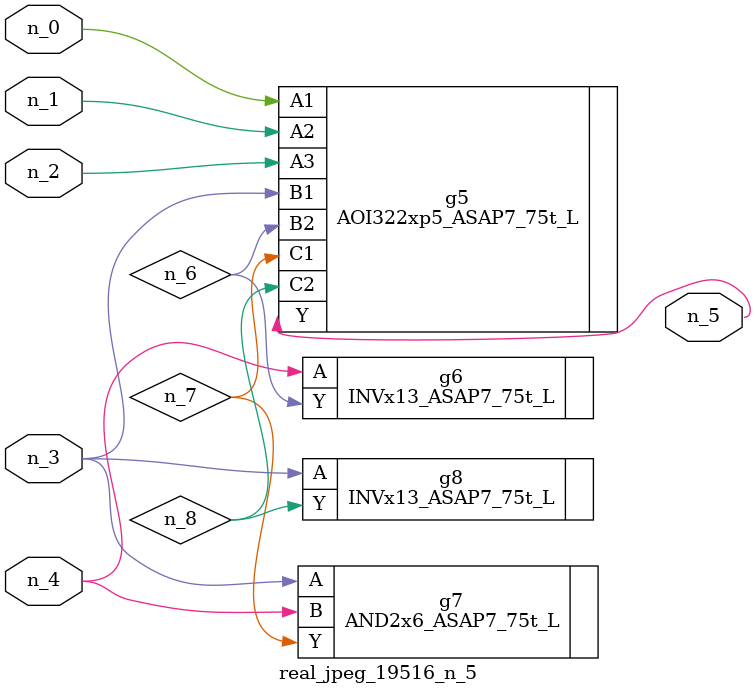
<source format=v>
module real_jpeg_19516_n_5 (n_4, n_0, n_1, n_2, n_3, n_5);

input n_4;
input n_0;
input n_1;
input n_2;
input n_3;

output n_5;

wire n_8;
wire n_6;
wire n_7;

AOI322xp5_ASAP7_75t_L g5 ( 
.A1(n_0),
.A2(n_1),
.A3(n_2),
.B1(n_3),
.B2(n_6),
.C1(n_7),
.C2(n_8),
.Y(n_5)
);

AND2x6_ASAP7_75t_L g7 ( 
.A(n_3),
.B(n_4),
.Y(n_7)
);

INVx13_ASAP7_75t_L g8 ( 
.A(n_3),
.Y(n_8)
);

INVx13_ASAP7_75t_L g6 ( 
.A(n_4),
.Y(n_6)
);


endmodule
</source>
